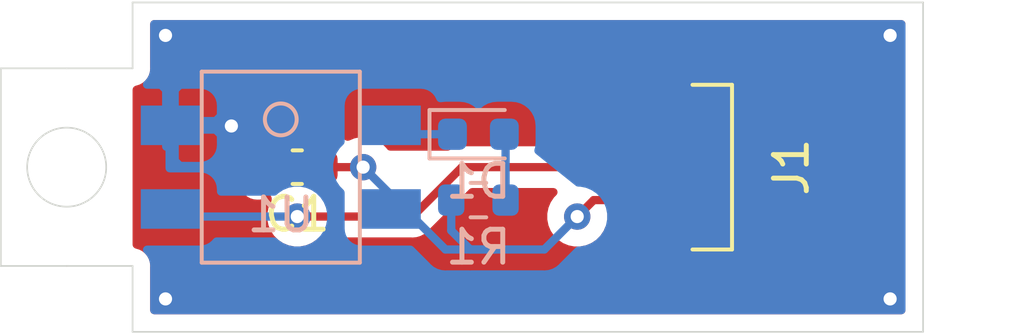
<source format=kicad_pcb>
(kicad_pcb (version 20171130) (host pcbnew "(5.1.10)-1")

  (general
    (thickness 1.6)
    (drawings 17)
    (tracks 28)
    (zones 0)
    (modules 5)
    (nets 6)
  )

  (page A4)
  (layers
    (0 F.Cu signal)
    (31 B.Cu signal)
    (32 B.Adhes user)
    (33 F.Adhes user)
    (34 B.Paste user)
    (35 F.Paste user)
    (36 B.SilkS user)
    (37 F.SilkS user)
    (38 B.Mask user)
    (39 F.Mask user)
    (40 Dwgs.User user)
    (41 Cmts.User user)
    (42 Eco1.User user)
    (43 Eco2.User user)
    (44 Edge.Cuts user)
    (45 Margin user)
    (46 B.CrtYd user)
    (47 F.CrtYd user)
    (48 B.Fab user)
    (49 F.Fab user)
  )

  (setup
    (last_trace_width 0.25)
    (user_trace_width 0.2)
    (trace_clearance 0.2)
    (zone_clearance 0.508)
    (zone_45_only no)
    (trace_min 0.2)
    (via_size 0.8)
    (via_drill 0.4)
    (via_min_size 0.4)
    (via_min_drill 0.3)
    (uvia_size 0.3)
    (uvia_drill 0.1)
    (uvias_allowed no)
    (uvia_min_size 0.2)
    (uvia_min_drill 0.1)
    (edge_width 0.05)
    (segment_width 0.2)
    (pcb_text_width 0.3)
    (pcb_text_size 1.5 1.5)
    (mod_edge_width 0.12)
    (mod_text_size 1 1)
    (mod_text_width 0.15)
    (pad_size 1.524 1.524)
    (pad_drill 0.762)
    (pad_to_mask_clearance 0)
    (aux_axis_origin 0 0)
    (grid_origin 100 100)
    (visible_elements 7FFFFFFF)
    (pcbplotparams
      (layerselection 0x010fc_ffffffff)
      (usegerberextensions false)
      (usegerberattributes true)
      (usegerberadvancedattributes true)
      (creategerberjobfile true)
      (excludeedgelayer true)
      (linewidth 0.100000)
      (plotframeref false)
      (viasonmask false)
      (mode 1)
      (useauxorigin false)
      (hpglpennumber 1)
      (hpglpenspeed 20)
      (hpglpendiameter 15.000000)
      (psnegative false)
      (psa4output false)
      (plotreference true)
      (plotvalue true)
      (plotinvisibletext false)
      (padsonsilk false)
      (subtractmaskfromsilk false)
      (outputformat 1)
      (mirror false)
      (drillshape 1)
      (scaleselection 1)
      (outputdirectory ""))
  )

  (net 0 "")
  (net 1 +5V)
  (net 2 GND)
  (net 3 "Net-(D1-Pad1)")
  (net 4 "Net-(D1-Pad2)")
  (net 5 "Net-(J1-Pad2)")

  (net_class Default "This is the default net class."
    (clearance 0.2)
    (trace_width 0.25)
    (via_dia 0.8)
    (via_drill 0.4)
    (uvia_dia 0.3)
    (uvia_drill 0.1)
    (add_net +5V)
    (add_net GND)
    (add_net "Net-(D1-Pad1)")
    (add_net "Net-(D1-Pad2)")
    (add_net "Net-(J1-Pad2)")
  )

  (module Capacitor_SMD:C_0603_1608Metric (layer F.Cu) (tedit 5F68FEEE) (tstamp 61F6E975)
    (at 163 110 180)
    (descr "Capacitor SMD 0603 (1608 Metric), square (rectangular) end terminal, IPC_7351 nominal, (Body size source: IPC-SM-782 page 76, https://www.pcb-3d.com/wordpress/wp-content/uploads/ipc-sm-782a_amendment_1_and_2.pdf), generated with kicad-footprint-generator")
    (tags capacitor)
    (path /61F613B2)
    (attr smd)
    (fp_text reference C1 (at 0 -1.43) (layer F.SilkS)
      (effects (font (size 1 1) (thickness 0.15)))
    )
    (fp_text value 0.1u (at 0 1.43) (layer F.Fab)
      (effects (font (size 1 1) (thickness 0.15)))
    )
    (fp_line (start -0.8 0.4) (end -0.8 -0.4) (layer F.Fab) (width 0.1))
    (fp_line (start -0.8 -0.4) (end 0.8 -0.4) (layer F.Fab) (width 0.1))
    (fp_line (start 0.8 -0.4) (end 0.8 0.4) (layer F.Fab) (width 0.1))
    (fp_line (start 0.8 0.4) (end -0.8 0.4) (layer F.Fab) (width 0.1))
    (fp_line (start -0.14058 -0.51) (end 0.14058 -0.51) (layer F.SilkS) (width 0.12))
    (fp_line (start -0.14058 0.51) (end 0.14058 0.51) (layer F.SilkS) (width 0.12))
    (fp_line (start -1.48 0.73) (end -1.48 -0.73) (layer F.CrtYd) (width 0.05))
    (fp_line (start -1.48 -0.73) (end 1.48 -0.73) (layer F.CrtYd) (width 0.05))
    (fp_line (start 1.48 -0.73) (end 1.48 0.73) (layer F.CrtYd) (width 0.05))
    (fp_line (start 1.48 0.73) (end -1.48 0.73) (layer F.CrtYd) (width 0.05))
    (fp_text user %R (at 0 0) (layer F.Fab)
      (effects (font (size 0.4 0.4) (thickness 0.06)))
    )
    (pad 1 smd roundrect (at -0.775 0 180) (size 0.9 0.95) (layers F.Cu F.Paste F.Mask) (roundrect_rratio 0.25)
      (net 1 +5V))
    (pad 2 smd roundrect (at 0.775 0 180) (size 0.9 0.95) (layers F.Cu F.Paste F.Mask) (roundrect_rratio 0.25)
      (net 2 GND))
    (model ${KISYS3DMOD}/Capacitor_SMD.3dshapes/C_0603_1608Metric.wrl
      (at (xyz 0 0 0))
      (scale (xyz 1 1 1))
      (rotate (xyz 0 0 0))
    )
  )

  (module Diode_SMD:D_0603_1608Metric (layer B.Cu) (tedit 5F68FEF0) (tstamp 61F6E941)
    (at 168.5 109)
    (descr "Diode SMD 0603 (1608 Metric), square (rectangular) end terminal, IPC_7351 nominal, (Body size source: http://www.tortai-tech.com/upload/download/2011102023233369053.pdf), generated with kicad-footprint-generator")
    (tags diode)
    (path /61F61394)
    (attr smd)
    (fp_text reference D1 (at 0 1.43) (layer B.SilkS)
      (effects (font (size 1 1) (thickness 0.15)) (justify mirror))
    )
    (fp_text value SIR19-21C/TR8 (at 0 -1.43) (layer B.Fab)
      (effects (font (size 1 1) (thickness 0.15)) (justify mirror))
    )
    (fp_line (start 0.8 0.4) (end -0.5 0.4) (layer B.Fab) (width 0.1))
    (fp_line (start -0.5 0.4) (end -0.8 0.1) (layer B.Fab) (width 0.1))
    (fp_line (start -0.8 0.1) (end -0.8 -0.4) (layer B.Fab) (width 0.1))
    (fp_line (start -0.8 -0.4) (end 0.8 -0.4) (layer B.Fab) (width 0.1))
    (fp_line (start 0.8 -0.4) (end 0.8 0.4) (layer B.Fab) (width 0.1))
    (fp_line (start 0.8 0.735) (end -1.485 0.735) (layer B.SilkS) (width 0.12))
    (fp_line (start -1.485 0.735) (end -1.485 -0.735) (layer B.SilkS) (width 0.12))
    (fp_line (start -1.485 -0.735) (end 0.8 -0.735) (layer B.SilkS) (width 0.12))
    (fp_line (start -1.48 -0.73) (end -1.48 0.73) (layer B.CrtYd) (width 0.05))
    (fp_line (start -1.48 0.73) (end 1.48 0.73) (layer B.CrtYd) (width 0.05))
    (fp_line (start 1.48 0.73) (end 1.48 -0.73) (layer B.CrtYd) (width 0.05))
    (fp_line (start 1.48 -0.73) (end -1.48 -0.73) (layer B.CrtYd) (width 0.05))
    (fp_text user %R (at 0 0) (layer B.Fab)
      (effects (font (size 0.4 0.4) (thickness 0.06)) (justify mirror))
    )
    (pad 1 smd roundrect (at -0.7875 0) (size 0.875 0.95) (layers B.Cu B.Paste B.Mask) (roundrect_rratio 0.25)
      (net 3 "Net-(D1-Pad1)"))
    (pad 2 smd roundrect (at 0.7875 0) (size 0.875 0.95) (layers B.Cu B.Paste B.Mask) (roundrect_rratio 0.25)
      (net 4 "Net-(D1-Pad2)"))
    (model ${KISYS3DMOD}/Diode_SMD.3dshapes/D_0603_1608Metric.wrl
      (at (xyz 0 0 0))
      (scale (xyz 1 1 1))
      (rotate (xyz 0 0 0))
    )
  )

  (module SH:SH_01x03 (layer F.Cu) (tedit 61F4D2AA) (tstamp 61F6E919)
    (at 174 110 270)
    (path /61F613A7)
    (fp_text reference J1 (at 0 -4 90) (layer F.SilkS)
      (effects (font (size 1 1) (thickness 0.15)))
    )
    (fp_text value SH3 (at 0 1.75 90) (layer F.Fab)
      (effects (font (size 1 1) (thickness 0.15)))
    )
    (fp_line (start 2.5 -2.2) (end 2.5 -1) (layer F.SilkS) (width 0.12))
    (fp_line (start -2.5 -2.2) (end -2.5 -1) (layer F.SilkS) (width 0.12))
    (fp_line (start -2.5 -2.2) (end 2.5 -2.2) (layer F.SilkS) (width 0.12))
    (pad 3 smd rect (at 1 -2.525 270) (size 0.6 1.55) (layers F.Cu F.Paste F.Mask)
      (net 1 +5V))
    (pad 1 smd rect (at -1 -2.525 270) (size 0.6 1.55) (layers F.Cu F.Paste F.Mask)
      (net 2 GND))
    (pad 2 smd rect (at 0 -2.525 270) (size 0.6 1.55) (layers F.Cu F.Paste F.Mask)
      (net 5 "Net-(J1-Pad2)"))
    (pad MP smd rect (at -2.3 0 270) (size 1.2 1.8) (layers F.Cu F.Paste F.Mask))
    (pad MP smd rect (at 2.3 0 270) (size 1.2 1.8) (layers F.Cu F.Paste F.Mask))
  )

  (module Resistor_SMD:R_0603_1608Metric (layer B.Cu) (tedit 5F68FEEE) (tstamp 61F6E9CF)
    (at 168.5 111)
    (descr "Resistor SMD 0603 (1608 Metric), square (rectangular) end terminal, IPC_7351 nominal, (Body size source: IPC-SM-782 page 72, https://www.pcb-3d.com/wordpress/wp-content/uploads/ipc-sm-782a_amendment_1_and_2.pdf), generated with kicad-footprint-generator")
    (tags resistor)
    (path /61F6139A)
    (attr smd)
    (fp_text reference R1 (at 0 1.43) (layer B.SilkS)
      (effects (font (size 1 1) (thickness 0.15)) (justify mirror))
    )
    (fp_text value 68 (at 0 -1.43) (layer B.Fab)
      (effects (font (size 1 1) (thickness 0.15)) (justify mirror))
    )
    (fp_line (start -0.8 -0.4125) (end -0.8 0.4125) (layer B.Fab) (width 0.1))
    (fp_line (start -0.8 0.4125) (end 0.8 0.4125) (layer B.Fab) (width 0.1))
    (fp_line (start 0.8 0.4125) (end 0.8 -0.4125) (layer B.Fab) (width 0.1))
    (fp_line (start 0.8 -0.4125) (end -0.8 -0.4125) (layer B.Fab) (width 0.1))
    (fp_line (start -0.237258 0.5225) (end 0.237258 0.5225) (layer B.SilkS) (width 0.12))
    (fp_line (start -0.237258 -0.5225) (end 0.237258 -0.5225) (layer B.SilkS) (width 0.12))
    (fp_line (start -1.48 -0.73) (end -1.48 0.73) (layer B.CrtYd) (width 0.05))
    (fp_line (start -1.48 0.73) (end 1.48 0.73) (layer B.CrtYd) (width 0.05))
    (fp_line (start 1.48 0.73) (end 1.48 -0.73) (layer B.CrtYd) (width 0.05))
    (fp_line (start 1.48 -0.73) (end -1.48 -0.73) (layer B.CrtYd) (width 0.05))
    (fp_text user %R (at 0 0) (layer B.Fab)
      (effects (font (size 0.4 0.4) (thickness 0.06)) (justify mirror))
    )
    (pad 1 smd roundrect (at -0.825 0) (size 0.8 0.95) (layers B.Cu B.Paste B.Mask) (roundrect_rratio 0.25)
      (net 1 +5V))
    (pad 2 smd roundrect (at 0.825 0) (size 0.8 0.95) (layers B.Cu B.Paste B.Mask) (roundrect_rratio 0.25)
      (net 4 "Net-(D1-Pad2)"))
    (model ${KISYS3DMOD}/Resistor_SMD.3dshapes/R_0603_1608Metric.wrl
      (at (xyz 0 0 0))
      (scale (xyz 1 1 1))
      (rotate (xyz 0 0 0))
    )
  )

  (module sens:S7136 (layer B.Cu) (tedit 61F47F44) (tstamp 61F6E9A7)
    (at 162.5 110 180)
    (path /61F6138D)
    (fp_text reference U1 (at 0 -1.450002) (layer B.SilkS)
      (effects (font (size 1 1) (thickness 0.15)) (justify mirror))
    )
    (fp_text value S7136 (at 0 1.450002) (layer B.Fab)
      (effects (font (size 1 1) (thickness 0.15)) (justify mirror))
    )
    (fp_line (start 2.4 2.9) (end 2.4 -2.9) (layer B.SilkS) (width 0.12))
    (fp_line (start 2.4 -2.9) (end -2.4 -2.9) (layer B.SilkS) (width 0.12))
    (fp_line (start -2.4 -2.9) (end -2.4 2.9) (layer B.SilkS) (width 0.12))
    (fp_line (start -2.4 2.9) (end 2.4 2.9) (layer B.SilkS) (width 0.12))
    (fp_circle (center 0 1.450002) (end 0 0.966668) (layer B.SilkS) (width 0.12))
    (pad 1 smd rect (at -3.35 1.27 180) (size 1.8 1.2) (layers B.Cu B.Paste B.Mask)
      (net 3 "Net-(D1-Pad1)"))
    (pad 2 smd rect (at -3.35 -1.27 180) (size 1.8 1.2) (layers B.Cu B.Paste B.Mask)
      (net 1 +5V))
    (pad 3 smd rect (at 3.35 -1.27 180) (size 1.8 1.2) (layers B.Cu B.Paste B.Mask)
      (net 5 "Net-(J1-Pad2)"))
    (pad 4 smd rect (at 3.35 1.27 180) (size 1.8 1.2) (layers B.Cu B.Paste B.Mask)
      (net 2 GND))
  )

  (gr_line (start 158 107) (end 158 105) (layer Edge.Cuts) (width 0.05) (tstamp 61F6EFCF))
  (gr_line (start 156 107) (end 158 107) (layer Edge.Cuts) (width 0.05))
  (gr_line (start 158 113) (end 158 115) (layer Edge.Cuts) (width 0.05) (tstamp 61F6EFCA))
  (gr_line (start 156 113) (end 158 113) (layer Edge.Cuts) (width 0.05))
  (gr_circle (center 156 110) (end 157.2 110) (layer Edge.Cuts) (width 0.05))
  (gr_line (start 154 107) (end 156 107) (layer Edge.Cuts) (width 0.05) (tstamp 61F6EE95))
  (gr_line (start 156 113) (end 154 113) (layer Edge.Cuts) (width 0.05) (tstamp 61F6EE94))
  (gr_line (start 158.5 113) (end 178 113) (layer Dwgs.User) (width 0.15) (tstamp 61F6E585))
  (gr_line (start 158.5 107) (end 158.5 113) (layer Dwgs.User) (width 0.15))
  (gr_line (start 178 107) (end 158.5 107) (layer Dwgs.User) (width 0.15))
  (gr_line (start 178 113) (end 178 107) (layer Dwgs.User) (width 0.15))
  (gr_line (start 185 105) (end 185 115) (layer Dwgs.User) (width 0.15))
  (gr_line (start 182 105) (end 182 105) (layer Edge.Cuts) (width 0.05) (tstamp 61F6E427))
  (gr_line (start 158 105) (end 182 105) (layer Edge.Cuts) (width 0.05))
  (gr_line (start 154 113) (end 154 107) (layer Edge.Cuts) (width 0.05))
  (gr_line (start 182 115) (end 158 115) (layer Edge.Cuts) (width 0.05))
  (gr_line (start 182 105) (end 182 115) (layer Edge.Cuts) (width 0.05))

  (segment (start 166.12 111) (end 165.85 111.27) (width 0.25) (layer B.Cu) (net 1))
  (via (at 165 110) (size 0.8) (drill 0.4) (layers F.Cu B.Cu) (net 1))
  (segment (start 163.775 110) (end 165 110) (width 0.25) (layer F.Cu) (net 1))
  (segment (start 165 110) (end 167.5 112.5) (width 0.25) (layer B.Cu) (net 1))
  (via (at 171.5 111.5) (size 0.8) (drill 0.4) (layers F.Cu B.Cu) (net 1))
  (segment (start 170.5 112.5) (end 171.5 111.5) (width 0.25) (layer B.Cu) (net 1))
  (segment (start 172 111) (end 176.525 111) (width 0.25) (layer F.Cu) (net 1))
  (segment (start 171.5 111.5) (end 172 111) (width 0.25) (layer F.Cu) (net 1))
  (segment (start 169 112.5) (end 168.25 112.5) (width 0.25) (layer B.Cu) (net 1))
  (segment (start 167.5 112.5) (end 169 112.5) (width 0.25) (layer B.Cu) (net 1))
  (segment (start 169 112.5) (end 170.5 112.5) (width 0.25) (layer B.Cu) (net 1))
  (segment (start 167.675 111.925) (end 167.675 111) (width 0.25) (layer B.Cu) (net 1))
  (segment (start 168.25 112.5) (end 167.675 111.925) (width 0.25) (layer B.Cu) (net 1))
  (via (at 181 114) (size 0.8) (drill 0.4) (layers F.Cu B.Cu) (net 2))
  (via (at 181 106) (size 0.8) (drill 0.4) (layers F.Cu B.Cu) (net 2))
  (via (at 159 106) (size 0.8) (drill 0.4) (layers F.Cu B.Cu) (net 2))
  (via (at 159 114) (size 0.8) (drill 0.4) (layers F.Cu B.Cu) (net 2))
  (via (at 161 108.75) (size 0.8) (drill 0.4) (layers F.Cu B.Cu) (net 2))
  (segment (start 166.12 109) (end 165.85 108.73) (width 0.25) (layer B.Cu) (net 3))
  (segment (start 167.7125 109) (end 166.12 109) (width 0.25) (layer B.Cu) (net 3))
  (segment (start 169.325 109.0375) (end 169.2875 109) (width 0.25) (layer B.Cu) (net 4))
  (segment (start 169.325 111) (end 169.325 109.0375) (width 0.25) (layer B.Cu) (net 4))
  (segment (start 176.525 110) (end 168 110) (width 0.25) (layer F.Cu) (net 5))
  (via (at 163 111.5) (size 0.8) (drill 0.4) (layers F.Cu B.Cu) (net 5))
  (segment (start 166.5 111.5) (end 163 111.5) (width 0.25) (layer F.Cu) (net 5))
  (segment (start 168 110) (end 166.5 111.5) (width 0.25) (layer F.Cu) (net 5))
  (segment (start 159.38 111.5) (end 159.15 111.27) (width 0.25) (layer B.Cu) (net 5))
  (segment (start 163 111.5) (end 159.38 111.5) (width 0.25) (layer B.Cu) (net 5))

  (zone (net 0) (net_name "") (layer B.Cu) (tstamp 0) (hatch edge 0.508)
    (connect_pads (clearance 0.508))
    (min_thickness 0.254)
    (keepout (tracks allowed) (vias allowed) (copperpour not_allowed))
    (fill (arc_segments 32) (thermal_gap 0.508) (thermal_bridge_width 0.508))
    (polygon
      (pts
        (xy 172 111) (xy 170.5 112.5) (xy 169.5 112.5) (xy 169.5 109)
      )
    )
  )
  (zone (net 2) (net_name GND) (layer B.Cu) (tstamp 0) (hatch edge 0.508)
    (connect_pads (clearance 0.508))
    (min_thickness 0.254)
    (fill yes (arc_segments 32) (thermal_gap 0.508) (thermal_bridge_width 0.508))
    (polygon
      (pts
        (xy 182 115) (xy 158 115) (xy 158 113) (xy 154 113) (xy 154 107)
        (xy 158 107) (xy 158 105) (xy 182 105)
      )
    )
    (filled_polygon
      (pts
        (xy 181.340001 114.34) (xy 158.66 114.34) (xy 158.66 113.032418) (xy 158.663193 113) (xy 158.65045 112.870617)
        (xy 158.61271 112.746207) (xy 158.551425 112.63155) (xy 158.468948 112.531052) (xy 158.440947 112.508072) (xy 160.05 112.508072)
        (xy 160.174482 112.495812) (xy 160.29418 112.459502) (xy 160.404494 112.400537) (xy 160.501185 112.321185) (xy 160.551398 112.26)
        (xy 162.296289 112.26) (xy 162.340226 112.303937) (xy 162.509744 112.417205) (xy 162.698102 112.495226) (xy 162.898061 112.535)
        (xy 163.101939 112.535) (xy 163.301898 112.495226) (xy 163.490256 112.417205) (xy 163.659774 112.303937) (xy 163.803937 112.159774)
        (xy 163.917205 111.990256) (xy 163.995226 111.801898) (xy 164.035 111.601939) (xy 164.035 111.398061) (xy 163.995226 111.198102)
        (xy 163.917205 111.009744) (xy 163.803937 110.840226) (xy 163.659774 110.696063) (xy 163.490256 110.582795) (xy 163.301898 110.504774)
        (xy 163.101939 110.465) (xy 162.898061 110.465) (xy 162.698102 110.504774) (xy 162.509744 110.582795) (xy 162.340226 110.696063)
        (xy 162.296289 110.74) (xy 160.688072 110.74) (xy 160.688072 110.67) (xy 160.675812 110.545518) (xy 160.639502 110.42582)
        (xy 160.580537 110.315506) (xy 160.501185 110.218815) (xy 160.404494 110.139463) (xy 160.29418 110.080498) (xy 160.174482 110.044188)
        (xy 160.05 110.031928) (xy 159.127 110.031928) (xy 159.127 109.5) (xy 159.12456 109.475224) (xy 159.117333 109.451399)
        (xy 159.105597 109.429443) (xy 159.089803 109.410197) (xy 159.070557 109.394403) (xy 159.048601 109.382667) (xy 159.024776 109.37544)
        (xy 159.023 109.375265) (xy 159.023 108.857) (xy 159.277 108.857) (xy 159.277 109.80625) (xy 159.43575 109.965)
        (xy 160.05 109.968072) (xy 160.174482 109.955812) (xy 160.29418 109.919502) (xy 160.334292 109.898061) (xy 163.965 109.898061)
        (xy 163.965 110.101939) (xy 164.004774 110.301898) (xy 164.082795 110.490256) (xy 164.196063 110.659774) (xy 164.311928 110.775639)
        (xy 164.311928 111.87) (xy 164.324188 111.994482) (xy 164.360498 112.11418) (xy 164.419463 112.224494) (xy 164.498815 112.321185)
        (xy 164.595506 112.400537) (xy 164.70582 112.459502) (xy 164.825518 112.495812) (xy 164.95 112.508072) (xy 166.43327 112.508072)
        (xy 166.936201 113.011003) (xy 166.959999 113.040001) (xy 166.988997 113.063799) (xy 167.075723 113.134974) (xy 167.207753 113.205546)
        (xy 167.351014 113.249003) (xy 167.462667 113.26) (xy 167.462677 113.26) (xy 167.5 113.263676) (xy 167.537323 113.26)
        (xy 168.212675 113.26) (xy 168.25 113.263676) (xy 168.287325 113.26) (xy 170.462678 113.26) (xy 170.5 113.263676)
        (xy 170.537322 113.26) (xy 170.537333 113.26) (xy 170.648986 113.249003) (xy 170.792247 113.205546) (xy 170.924276 113.134974)
        (xy 171.040001 113.040001) (xy 171.063804 113.010998) (xy 171.539802 112.535) (xy 171.601939 112.535) (xy 171.801898 112.495226)
        (xy 171.990256 112.417205) (xy 172.159774 112.303937) (xy 172.303937 112.159774) (xy 172.417205 111.990256) (xy 172.495226 111.801898)
        (xy 172.535 111.601939) (xy 172.535 111.398061) (xy 172.495226 111.198102) (xy 172.417205 111.009744) (xy 172.303937 110.840226)
        (xy 172.159774 110.696063) (xy 171.990256 110.582795) (xy 171.801898 110.504774) (xy 171.601939 110.465) (xy 171.534548 110.465)
        (xy 170.324336 109.49683) (xy 170.346608 109.423408) (xy 170.363072 109.25625) (xy 170.363072 108.74375) (xy 170.346608 108.576592)
        (xy 170.29785 108.415858) (xy 170.218671 108.267725) (xy 170.112115 108.137885) (xy 169.982275 108.031329) (xy 169.834142 107.95215)
        (xy 169.673408 107.903392) (xy 169.50625 107.886928) (xy 169.06875 107.886928) (xy 168.901592 107.903392) (xy 168.740858 107.95215)
        (xy 168.592725 108.031329) (xy 168.5 108.107426) (xy 168.407275 108.031329) (xy 168.259142 107.95215) (xy 168.098408 107.903392)
        (xy 167.93125 107.886928) (xy 167.49375 107.886928) (xy 167.344303 107.901648) (xy 167.339502 107.88582) (xy 167.280537 107.775506)
        (xy 167.201185 107.678815) (xy 167.104494 107.599463) (xy 166.99418 107.540498) (xy 166.874482 107.504188) (xy 166.75 107.491928)
        (xy 164.95 107.491928) (xy 164.825518 107.504188) (xy 164.70582 107.540498) (xy 164.595506 107.599463) (xy 164.498815 107.678815)
        (xy 164.419463 107.775506) (xy 164.360498 107.88582) (xy 164.324188 108.005518) (xy 164.311928 108.13) (xy 164.311928 109.224361)
        (xy 164.196063 109.340226) (xy 164.082795 109.509744) (xy 164.004774 109.698102) (xy 163.965 109.898061) (xy 160.334292 109.898061)
        (xy 160.404494 109.860537) (xy 160.501185 109.781185) (xy 160.580537 109.684494) (xy 160.639502 109.57418) (xy 160.675812 109.454482)
        (xy 160.688072 109.33) (xy 160.685 109.01575) (xy 160.52625 108.857) (xy 159.277 108.857) (xy 159.023 108.857)
        (xy 159.003 108.857) (xy 159.003 108.603) (xy 159.023 108.603) (xy 159.023 107.65375) (xy 159.277 107.65375)
        (xy 159.277 108.603) (xy 160.52625 108.603) (xy 160.685 108.44425) (xy 160.688072 108.13) (xy 160.675812 108.005518)
        (xy 160.639502 107.88582) (xy 160.580537 107.775506) (xy 160.501185 107.678815) (xy 160.404494 107.599463) (xy 160.29418 107.540498)
        (xy 160.174482 107.504188) (xy 160.05 107.491928) (xy 159.43575 107.495) (xy 159.277 107.65375) (xy 159.023 107.65375)
        (xy 158.86425 107.495) (xy 158.43979 107.492877) (xy 158.468948 107.468948) (xy 158.551425 107.36845) (xy 158.61271 107.253793)
        (xy 158.65045 107.129383) (xy 158.663193 107) (xy 158.66 106.967581) (xy 158.66 105.66) (xy 181.34 105.66)
      )
    )
  )
  (zone (net 0) (net_name "") (layer B.Cu) (tstamp 0) (hatch edge 0.508)
    (connect_pads (clearance 0.508))
    (min_thickness 0.254)
    (keepout (tracks allowed) (vias allowed) (copperpour not_allowed))
    (fill (arc_segments 32) (thermal_gap 0.508) (thermal_bridge_width 0.508))
    (polygon
      (pts
        (xy 158 113) (xy 154 113) (xy 154 107) (xy 158 107)
      )
    )
  )
  (zone (net 0) (net_name "") (layer B.Cu) (tstamp 0) (hatch edge 0.508)
    (connect_pads (clearance 0.508))
    (min_thickness 0.254)
    (keepout (tracks allowed) (vias allowed) (copperpour not_allowed))
    (fill (arc_segments 32) (thermal_gap 0.508) (thermal_bridge_width 0.508))
    (polygon
      (pts
        (xy 159 110.5) (xy 158 110.5) (xy 158 109.5) (xy 159 109.5)
      )
    )
  )
  (zone (net 2) (net_name GND) (layer F.Cu) (tstamp 0) (hatch edge 0.508)
    (connect_pads (clearance 0.508))
    (min_thickness 0.254)
    (fill yes (arc_segments 32) (thermal_gap 0.508) (thermal_bridge_width 0.508))
    (polygon
      (pts
        (xy 182 115) (xy 158 115) (xy 158 113) (xy 154 113) (xy 154 107)
        (xy 158 107) (xy 158 105) (xy 182 105)
      )
    )
    (filled_polygon
      (pts
        (xy 181.340001 114.34) (xy 158.66 114.34) (xy 158.66 113.032418) (xy 158.663193 113) (xy 158.65045 112.870617)
        (xy 158.61271 112.746207) (xy 158.551425 112.63155) (xy 158.468948 112.531052) (xy 158.36845 112.448575) (xy 158.253793 112.38729)
        (xy 158.129383 112.34955) (xy 158.127 112.349315) (xy 158.127 110.475) (xy 161.136928 110.475) (xy 161.149188 110.599482)
        (xy 161.185498 110.71918) (xy 161.244463 110.829494) (xy 161.323815 110.926185) (xy 161.420506 111.005537) (xy 161.53082 111.064502)
        (xy 161.650518 111.100812) (xy 161.775 111.113072) (xy 161.93925 111.11) (xy 162.097998 110.951252) (xy 162.097998 110.986991)
        (xy 162.082795 111.009744) (xy 162.004774 111.198102) (xy 161.965 111.398061) (xy 161.965 111.601939) (xy 162.004774 111.801898)
        (xy 162.082795 111.990256) (xy 162.196063 112.159774) (xy 162.340226 112.303937) (xy 162.509744 112.417205) (xy 162.698102 112.495226)
        (xy 162.898061 112.535) (xy 163.101939 112.535) (xy 163.301898 112.495226) (xy 163.490256 112.417205) (xy 163.659774 112.303937)
        (xy 163.703711 112.26) (xy 166.462678 112.26) (xy 166.5 112.263676) (xy 166.537322 112.26) (xy 166.537333 112.26)
        (xy 166.648986 112.249003) (xy 166.792247 112.205546) (xy 166.924276 112.134974) (xy 167.040001 112.040001) (xy 167.063804 112.010997)
        (xy 168.314802 110.76) (xy 170.776289 110.76) (xy 170.696063 110.840226) (xy 170.582795 111.009744) (xy 170.504774 111.198102)
        (xy 170.465 111.398061) (xy 170.465 111.601939) (xy 170.504774 111.801898) (xy 170.582795 111.990256) (xy 170.696063 112.159774)
        (xy 170.840226 112.303937) (xy 171.009744 112.417205) (xy 171.198102 112.495226) (xy 171.398061 112.535) (xy 171.601939 112.535)
        (xy 171.801898 112.495226) (xy 171.990256 112.417205) (xy 172.159774 112.303937) (xy 172.303937 112.159774) (xy 172.417205 111.990256)
        (xy 172.461928 111.882286) (xy 172.461928 112.9) (xy 172.474188 113.024482) (xy 172.510498 113.14418) (xy 172.569463 113.254494)
        (xy 172.648815 113.351185) (xy 172.745506 113.430537) (xy 172.85582 113.489502) (xy 172.975518 113.525812) (xy 173.1 113.538072)
        (xy 174.9 113.538072) (xy 175.024482 113.525812) (xy 175.14418 113.489502) (xy 175.254494 113.430537) (xy 175.351185 113.351185)
        (xy 175.430537 113.254494) (xy 175.489502 113.14418) (xy 175.525812 113.024482) (xy 175.538072 112.9) (xy 175.538072 111.899286)
        (xy 175.625518 111.925812) (xy 175.75 111.938072) (xy 177.3 111.938072) (xy 177.424482 111.925812) (xy 177.54418 111.889502)
        (xy 177.654494 111.830537) (xy 177.751185 111.751185) (xy 177.830537 111.654494) (xy 177.889502 111.54418) (xy 177.925812 111.424482)
        (xy 177.938072 111.3) (xy 177.938072 110.7) (xy 177.925812 110.575518) (xy 177.902904 110.5) (xy 177.925812 110.424482)
        (xy 177.938072 110.3) (xy 177.938072 109.7) (xy 177.925812 109.575518) (xy 177.902904 109.5) (xy 177.925812 109.424482)
        (xy 177.938072 109.3) (xy 177.935 109.28575) (xy 177.77625 109.127) (xy 177.575053 109.127) (xy 177.54418 109.110498)
        (xy 177.424482 109.074188) (xy 177.3 109.061928) (xy 175.75 109.061928) (xy 175.625518 109.074188) (xy 175.50582 109.110498)
        (xy 175.474947 109.127) (xy 175.27375 109.127) (xy 175.16075 109.24) (xy 168.037322 109.24) (xy 167.999999 109.236324)
        (xy 167.962676 109.24) (xy 167.962667 109.24) (xy 167.851014 109.250997) (xy 167.707753 109.294454) (xy 167.575724 109.365026)
        (xy 167.566008 109.373) (xy 165.825836 109.373) (xy 165.803937 109.340226) (xy 165.659774 109.196063) (xy 165.490256 109.082795)
        (xy 165.301898 109.004774) (xy 165.101939 108.965) (xy 164.898061 108.965) (xy 164.698102 109.004774) (xy 164.530466 109.074211)
        (xy 164.479497 109.032382) (xy 164.330283 108.952625) (xy 164.168377 108.903512) (xy 164 108.886928) (xy 163.55 108.886928)
        (xy 163.381623 108.903512) (xy 163.219717 108.952625) (xy 163.073649 109.0307) (xy 163.029494 108.994463) (xy 162.91918 108.935498)
        (xy 162.799482 108.899188) (xy 162.675 108.886928) (xy 162.51075 108.89) (xy 162.352 109.04875) (xy 162.352 109.873)
        (xy 162.372 109.873) (xy 162.372 110.127) (xy 162.352 110.127) (xy 162.352 110.147) (xy 162.098 110.147)
        (xy 162.098 110.127) (xy 161.29875 110.127) (xy 161.14 110.28575) (xy 161.136928 110.475) (xy 158.127 110.475)
        (xy 158.127 109.525) (xy 161.136928 109.525) (xy 161.14 109.71425) (xy 161.29875 109.873) (xy 162.098 109.873)
        (xy 162.098 109.04875) (xy 161.93925 108.89) (xy 161.775 108.886928) (xy 161.650518 108.899188) (xy 161.53082 108.935498)
        (xy 161.420506 108.994463) (xy 161.323815 109.073815) (xy 161.244463 109.170506) (xy 161.185498 109.28082) (xy 161.149188 109.400518)
        (xy 161.136928 109.525) (xy 158.127 109.525) (xy 158.127 107.650685) (xy 158.129383 107.65045) (xy 158.253793 107.61271)
        (xy 158.36845 107.551425) (xy 158.468948 107.468948) (xy 158.551425 107.36845) (xy 158.61271 107.253793) (xy 158.65045 107.129383)
        (xy 158.653343 107.1) (xy 172.461928 107.1) (xy 172.461928 108.3) (xy 172.474188 108.424482) (xy 172.510498 108.54418)
        (xy 172.569463 108.654494) (xy 172.648815 108.751185) (xy 172.745506 108.830537) (xy 172.85582 108.889502) (xy 172.975518 108.925812)
        (xy 173.1 108.938072) (xy 174.9 108.938072) (xy 175.024482 108.925812) (xy 175.14418 108.889502) (xy 175.239371 108.838621)
        (xy 175.27375 108.873) (xy 176.398 108.873) (xy 176.398 108.22375) (xy 176.652 108.22375) (xy 176.652 108.873)
        (xy 177.77625 108.873) (xy 177.935 108.71425) (xy 177.938072 108.7) (xy 177.925812 108.575518) (xy 177.889502 108.45582)
        (xy 177.830537 108.345506) (xy 177.751185 108.248815) (xy 177.654494 108.169463) (xy 177.54418 108.110498) (xy 177.424482 108.074188)
        (xy 177.3 108.061928) (xy 176.81075 108.065) (xy 176.652 108.22375) (xy 176.398 108.22375) (xy 176.23925 108.065)
        (xy 175.75 108.061928) (xy 175.625518 108.074188) (xy 175.538072 108.100714) (xy 175.538072 107.1) (xy 175.525812 106.975518)
        (xy 175.489502 106.85582) (xy 175.430537 106.745506) (xy 175.351185 106.648815) (xy 175.254494 106.569463) (xy 175.14418 106.510498)
        (xy 175.024482 106.474188) (xy 174.9 106.461928) (xy 173.1 106.461928) (xy 172.975518 106.474188) (xy 172.85582 106.510498)
        (xy 172.745506 106.569463) (xy 172.648815 106.648815) (xy 172.569463 106.745506) (xy 172.510498 106.85582) (xy 172.474188 106.975518)
        (xy 172.461928 107.1) (xy 158.653343 107.1) (xy 158.663193 107) (xy 158.66 106.967581) (xy 158.66 105.66)
        (xy 181.34 105.66)
      )
    )
  )
  (zone (net 0) (net_name "") (layer F.Cu) (tstamp 0) (hatch edge 0.508)
    (connect_pads (clearance 0.508))
    (min_thickness 0.254)
    (keepout (tracks allowed) (vias allowed) (copperpour not_allowed))
    (fill (arc_segments 32) (thermal_gap 0.508) (thermal_bridge_width 0.508))
    (polygon
      (pts
        (xy 158 113) (xy 154 113) (xy 154 107) (xy 158 107)
      )
    )
  )
  (zone (net 0) (net_name "") (layer F.Cu) (tstamp 0) (hatch edge 0.508)
    (connect_pads (clearance 0.508))
    (min_thickness 0.254)
    (keepout (tracks allowed) (vias allowed) (copperpour not_allowed))
    (fill (arc_segments 32) (thermal_gap 0.508) (thermal_bridge_width 0.508))
    (polygon
      (pts
        (xy 166 111.5) (xy 165 111.5) (xy 165 109.5) (xy 168 109.5)
      )
    )
  )
)

</source>
